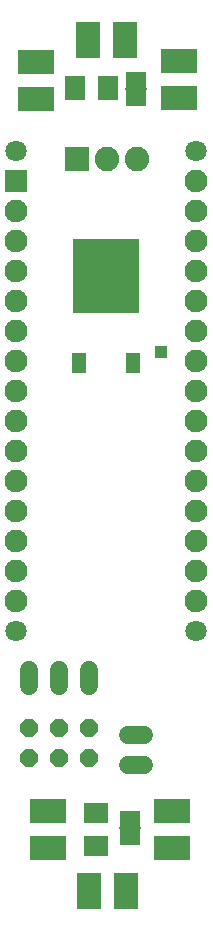
<source format=gts>
G75*
%MOIN*%
%OFA0B0*%
%FSLAX25Y25*%
%IPPOS*%
%LPD*%
%AMOC8*
5,1,8,0,0,1.08239X$1,22.5*
%
%ADD10C,0.07100*%
%ADD11R,0.07600X0.07600*%
%ADD12C,0.07600*%
%ADD13R,0.08474X0.06899*%
%ADD14R,0.06899X0.08474*%
%ADD15R,0.21860X0.25009*%
%ADD16R,0.04537X0.06899*%
%ADD17R,0.12017X0.08080*%
%ADD18R,0.08080X0.12017*%
%ADD19R,0.08200X0.08200*%
%ADD20C,0.08200*%
%ADD21R,0.06900X0.05200*%
%ADD22R,0.07200X0.00600*%
%ADD23C,0.06000*%
%ADD24OC8,0.06000*%
%ADD25R,0.04362X0.04362*%
D10*
X0006800Y0099398D03*
X0006800Y0259398D03*
X0066800Y0259398D03*
X0066800Y0099398D03*
D11*
X0006800Y0249398D03*
D12*
X0006800Y0239398D03*
X0006800Y0229398D03*
X0006800Y0219398D03*
X0006800Y0209398D03*
X0006800Y0199398D03*
X0006800Y0189398D03*
X0006800Y0179398D03*
X0006800Y0169398D03*
X0006800Y0159398D03*
X0006800Y0149398D03*
X0006800Y0139398D03*
X0006800Y0129398D03*
X0006800Y0119398D03*
X0006800Y0109398D03*
X0066800Y0109398D03*
X0066800Y0119398D03*
X0066800Y0129398D03*
X0066800Y0139398D03*
X0066800Y0149398D03*
X0066800Y0159398D03*
X0066800Y0169398D03*
X0066800Y0179398D03*
X0066800Y0189398D03*
X0066800Y0199398D03*
X0066800Y0209398D03*
X0066800Y0219398D03*
X0066800Y0229398D03*
X0066800Y0239398D03*
X0066800Y0249398D03*
D13*
X0033430Y0038670D03*
X0033430Y0027646D03*
D14*
X0037312Y0280379D03*
X0026288Y0280379D03*
D15*
X0036619Y0217662D03*
D16*
X0045595Y0188922D03*
X0027643Y0188922D03*
D17*
X0013217Y0276800D03*
X0013217Y0289005D03*
X0060855Y0289398D03*
X0060855Y0277194D03*
X0058493Y0039398D03*
X0058493Y0027194D03*
X0017154Y0027194D03*
X0017154Y0039398D03*
D18*
X0031131Y0012824D03*
X0043335Y0012824D03*
X0042942Y0296288D03*
X0030737Y0296288D03*
D19*
X0026839Y0256918D03*
D20*
X0036839Y0256918D03*
X0046839Y0256918D03*
D21*
X0046682Y0277146D03*
X0046682Y0283146D03*
X0044713Y0036690D03*
X0044713Y0030690D03*
D22*
X0044713Y0033690D03*
X0046682Y0280146D03*
D23*
X0031091Y0086390D02*
X0031091Y0080990D01*
X0021091Y0080990D02*
X0021091Y0086390D01*
X0011091Y0086390D02*
X0011091Y0080990D01*
X0043982Y0064674D02*
X0049382Y0064674D01*
X0049382Y0054674D02*
X0043982Y0054674D01*
D24*
X0011091Y0057036D03*
X0011091Y0067036D03*
X0021091Y0067036D03*
X0021091Y0057036D03*
X0031091Y0057036D03*
X0031091Y0067036D03*
D25*
X0054950Y0192351D03*
M02*

</source>
